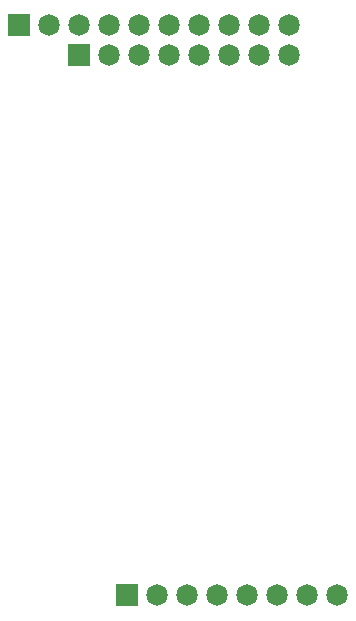
<source format=gbs>
G04*
G04 #@! TF.GenerationSoftware,Altium Limited,Altium Designer,20.0.13 (296)*
G04*
G04 Layer_Color=16711935*
%FSLAX25Y25*%
%MOIN*%
G70*
G01*
G75*
%ADD17C,0.07185*%
%ADD18R,0.07185X0.07185*%
D17*
X259016Y237323D02*
D03*
X249016D02*
D03*
X239016D02*
D03*
X229016D02*
D03*
X219016D02*
D03*
X209016D02*
D03*
X199016D02*
D03*
X189016D02*
D03*
X179016D02*
D03*
X215016Y47323D02*
D03*
X225016D02*
D03*
X235016D02*
D03*
X245016D02*
D03*
X255016D02*
D03*
X265016D02*
D03*
X275016D02*
D03*
X199016Y227323D02*
D03*
X209016D02*
D03*
X219016D02*
D03*
X229016D02*
D03*
X239016D02*
D03*
X249016D02*
D03*
X259016D02*
D03*
D18*
X169016Y237323D02*
D03*
X205016Y47323D02*
D03*
X189016Y227323D02*
D03*
M02*

</source>
